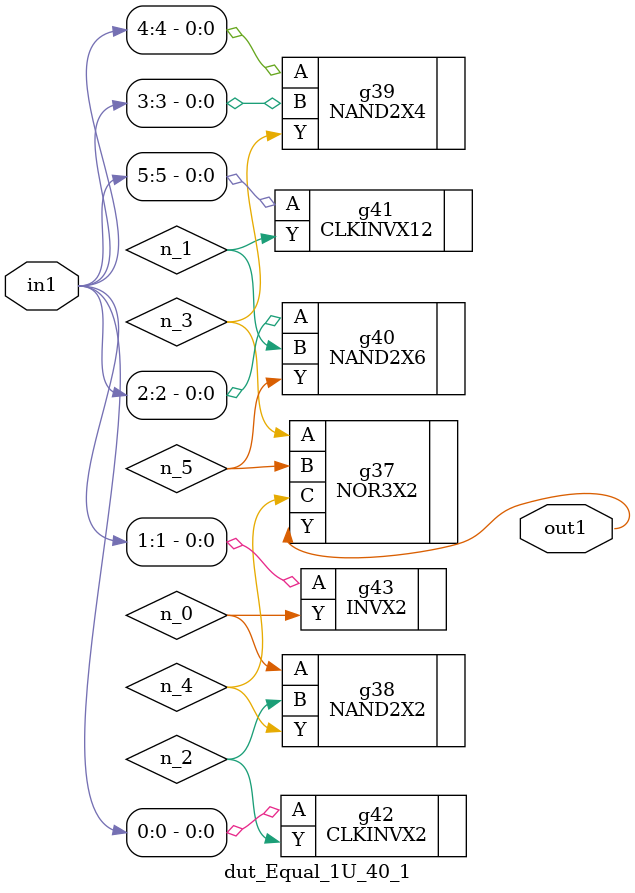
<source format=v>
`timescale 1ps / 1ps


module dut_Equal_1U_40_1(in1, out1);
  input [5:0] in1;
  output out1;
  wire [5:0] in1;
  wire out1;
  wire n_0, n_1, n_2, n_3, n_4, n_5;
  NOR3X2 g37(.A (n_3), .B (n_5), .C (n_4), .Y (out1));
  NAND2X6 g40(.A (in1[2]), .B (n_1), .Y (n_5));
  NAND2X2 g38(.A (n_0), .B (n_2), .Y (n_4));
  NAND2X4 g39(.A (in1[4]), .B (in1[3]), .Y (n_3));
  CLKINVX2 g42(.A (in1[0]), .Y (n_2));
  CLKINVX12 g41(.A (in1[5]), .Y (n_1));
  INVX2 g43(.A (in1[1]), .Y (n_0));
endmodule



</source>
